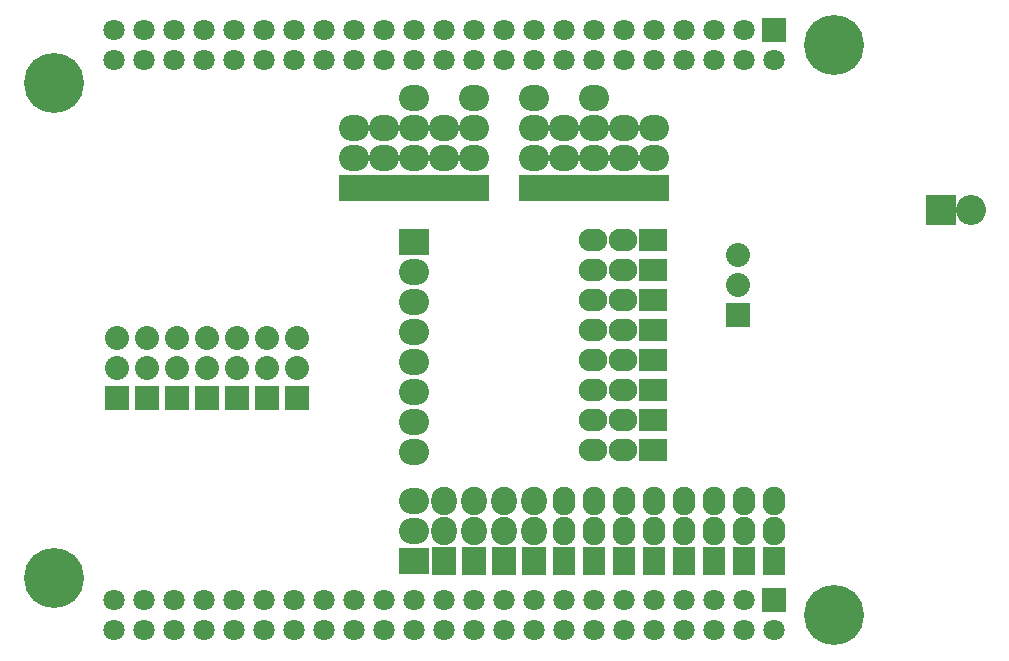
<source format=gbr>
G04 #@! TF.FileFunction,Soldermask,Bot*
%FSLAX46Y46*%
G04 Gerber Fmt 4.6, Leading zero omitted, Abs format (unit mm)*
G04 Created by KiCad (PCBNEW 4.0.1-stable) date 3/25/2016 2:12:27 PM*
%MOMM*%
G01*
G04 APERTURE LIST*
%ADD10C,0.150000*%
%ADD11R,2.032000X2.032000*%
%ADD12C,2.032000*%
%ADD13R,2.540000X2.235200*%
%ADD14O,2.540000X2.235200*%
%ADD15C,5.080000*%
%ADD16R,2.159000X2.159000*%
%ADD17C,1.808480*%
%ADD18R,2.540000X2.540000*%
%ADD19O,2.540000X2.540000*%
%ADD20R,2.413000X1.930400*%
%ADD21O,2.413000X1.930400*%
%ADD22R,1.930400X2.413000*%
%ADD23O,1.930400X2.413000*%
%ADD24R,2.159000X2.413000*%
%ADD25O,2.159000X2.413000*%
G04 APERTURE END LIST*
D10*
D11*
X23749000Y-33020000D03*
D12*
X23749000Y-30480000D03*
X23749000Y-27940000D03*
D11*
X26289000Y-33020000D03*
D12*
X26289000Y-30480000D03*
X26289000Y-27940000D03*
D11*
X21209000Y-33020000D03*
D12*
X21209000Y-30480000D03*
X21209000Y-27940000D03*
D11*
X13589000Y-33020000D03*
D12*
X13589000Y-30480000D03*
X13589000Y-27940000D03*
D11*
X11049000Y-33020000D03*
D12*
X11049000Y-30480000D03*
X11049000Y-27940000D03*
D11*
X16129000Y-33020000D03*
D12*
X16129000Y-30480000D03*
X16129000Y-27940000D03*
D11*
X18669000Y-33020000D03*
D12*
X18669000Y-30480000D03*
X18669000Y-27940000D03*
D11*
X63627000Y-26035000D03*
D12*
X63627000Y-23495000D03*
X63627000Y-20955000D03*
D13*
X36195000Y-19812000D03*
D14*
X36195000Y-22352000D03*
X36195000Y-24892000D03*
X36195000Y-27432000D03*
X36195000Y-29972000D03*
X36195000Y-32512000D03*
X36195000Y-35052000D03*
X36195000Y-37592000D03*
D13*
X36195000Y-46863000D03*
D14*
X36195000Y-44323000D03*
X36195000Y-41783000D03*
D13*
X36195000Y-15240000D03*
D14*
X36195000Y-12700000D03*
X36195000Y-10160000D03*
X36195000Y-7620000D03*
D13*
X51435000Y-15240000D03*
D14*
X51435000Y-12700000D03*
X51435000Y-10160000D03*
X51435000Y-7620000D03*
D13*
X46355000Y-15240000D03*
D14*
X46355000Y-12700000D03*
X46355000Y-10160000D03*
X46355000Y-7620000D03*
D13*
X41275000Y-15240000D03*
D14*
X41275000Y-12700000D03*
X41275000Y-10160000D03*
X41275000Y-7620000D03*
D13*
X48895000Y-15240000D03*
D14*
X48895000Y-12700000D03*
X48895000Y-10160000D03*
D13*
X38735000Y-15240000D03*
D14*
X38735000Y-12700000D03*
X38735000Y-10160000D03*
D13*
X33655000Y-15240000D03*
D14*
X33655000Y-12700000D03*
X33655000Y-10160000D03*
D13*
X56515000Y-15240000D03*
D14*
X56515000Y-12700000D03*
X56515000Y-10160000D03*
D13*
X53975000Y-15240000D03*
D14*
X53975000Y-12700000D03*
X53975000Y-10160000D03*
D13*
X31115000Y-15240000D03*
D14*
X31115000Y-12700000D03*
X31115000Y-10160000D03*
D15*
X5715000Y-6350000D03*
X71755000Y-3175000D03*
X71755000Y-51435000D03*
X5715000Y-48260000D03*
D16*
X66675000Y-1905000D03*
D17*
X66675000Y-4445000D03*
X64135000Y-1905000D03*
X64135000Y-4445000D03*
X61595000Y-1905000D03*
X61595000Y-4445000D03*
X59055000Y-1905000D03*
X59055000Y-4445000D03*
X56515000Y-1905000D03*
X56515000Y-4445000D03*
X53975000Y-1905000D03*
X53975000Y-4445000D03*
X51435000Y-1905000D03*
X51435000Y-4445000D03*
X48895000Y-1905000D03*
X48895000Y-4445000D03*
X46355000Y-1905000D03*
X46355000Y-4445000D03*
X43815000Y-1905000D03*
X43815000Y-4445000D03*
X41275000Y-1905000D03*
X41275000Y-4445000D03*
X38735000Y-1905000D03*
X38735000Y-4445000D03*
X36195000Y-1905000D03*
X36195000Y-4445000D03*
X33655000Y-1905000D03*
X33655000Y-4445000D03*
X31115000Y-1905000D03*
X31115000Y-4445000D03*
X28575000Y-1905000D03*
X28575000Y-4445000D03*
X26035000Y-1905000D03*
X26035000Y-4445000D03*
X23495000Y-1905000D03*
X23495000Y-4445000D03*
X20955000Y-1905000D03*
X20955000Y-4445000D03*
X18415000Y-1905000D03*
X18415000Y-4445000D03*
X15875000Y-1905000D03*
X15875000Y-4445000D03*
X13335000Y-1905000D03*
X13335000Y-4445000D03*
X10795000Y-1905000D03*
X10795000Y-4445000D03*
D16*
X66675000Y-50165000D03*
D17*
X66675000Y-52705000D03*
X64135000Y-50165000D03*
X64135000Y-52705000D03*
X61595000Y-50165000D03*
X61595000Y-52705000D03*
X59055000Y-50165000D03*
X59055000Y-52705000D03*
X56515000Y-50165000D03*
X56515000Y-52705000D03*
X53975000Y-50165000D03*
X53975000Y-52705000D03*
X51435000Y-50165000D03*
X51435000Y-52705000D03*
X48895000Y-50165000D03*
X48895000Y-52705000D03*
X46355000Y-50165000D03*
X46355000Y-52705000D03*
X43815000Y-50165000D03*
X43815000Y-52705000D03*
X41275000Y-50165000D03*
X41275000Y-52705000D03*
X38735000Y-50165000D03*
X38735000Y-52705000D03*
X36195000Y-50165000D03*
X36195000Y-52705000D03*
X33655000Y-50165000D03*
X33655000Y-52705000D03*
X31115000Y-50165000D03*
X31115000Y-52705000D03*
X28575000Y-50165000D03*
X28575000Y-52705000D03*
X26035000Y-50165000D03*
X26035000Y-52705000D03*
X23495000Y-50165000D03*
X23495000Y-52705000D03*
X20955000Y-50165000D03*
X20955000Y-52705000D03*
X18415000Y-50165000D03*
X18415000Y-52705000D03*
X15875000Y-50165000D03*
X15875000Y-52705000D03*
X13335000Y-50165000D03*
X13335000Y-52705000D03*
X10795000Y-50165000D03*
X10795000Y-52705000D03*
D18*
X80772000Y-17145000D03*
D19*
X83312000Y-17145000D03*
D20*
X56388000Y-37465000D03*
D21*
X53848000Y-37465000D03*
X51308000Y-37465000D03*
D20*
X56388000Y-34925000D03*
D21*
X53848000Y-34925000D03*
X51308000Y-34925000D03*
D20*
X56388000Y-32385000D03*
D21*
X53848000Y-32385000D03*
X51308000Y-32385000D03*
D20*
X56388000Y-29845000D03*
D21*
X53848000Y-29845000D03*
X51308000Y-29845000D03*
D20*
X56388000Y-27305000D03*
D21*
X53848000Y-27305000D03*
X51308000Y-27305000D03*
D20*
X56388000Y-24765000D03*
D21*
X53848000Y-24765000D03*
X51308000Y-24765000D03*
D20*
X56388000Y-22225000D03*
D21*
X53848000Y-22225000D03*
X51308000Y-22225000D03*
D20*
X56388000Y-19685000D03*
D21*
X53848000Y-19685000D03*
X51308000Y-19685000D03*
D22*
X48895000Y-46863000D03*
D23*
X48895000Y-44323000D03*
X48895000Y-41783000D03*
D22*
X51435000Y-46863000D03*
D23*
X51435000Y-44323000D03*
X51435000Y-41783000D03*
D22*
X53975000Y-46863000D03*
D23*
X53975000Y-44323000D03*
X53975000Y-41783000D03*
D22*
X56515000Y-46863000D03*
D23*
X56515000Y-44323000D03*
X56515000Y-41783000D03*
D22*
X59055000Y-46863000D03*
D23*
X59055000Y-44323000D03*
X59055000Y-41783000D03*
D22*
X61595000Y-46863000D03*
D23*
X61595000Y-44323000D03*
X61595000Y-41783000D03*
D22*
X64135000Y-46863000D03*
D23*
X64135000Y-44323000D03*
X64135000Y-41783000D03*
D22*
X66675000Y-46863000D03*
D23*
X66675000Y-44323000D03*
X66675000Y-41783000D03*
D24*
X38735000Y-46863000D03*
D25*
X38735000Y-44323000D03*
X38735000Y-41783000D03*
D24*
X41275000Y-46863000D03*
D25*
X41275000Y-44323000D03*
X41275000Y-41783000D03*
D24*
X43815000Y-46863000D03*
D25*
X43815000Y-44323000D03*
X43815000Y-41783000D03*
D24*
X46355000Y-46863000D03*
D25*
X46355000Y-44323000D03*
X46355000Y-41783000D03*
M02*

</source>
